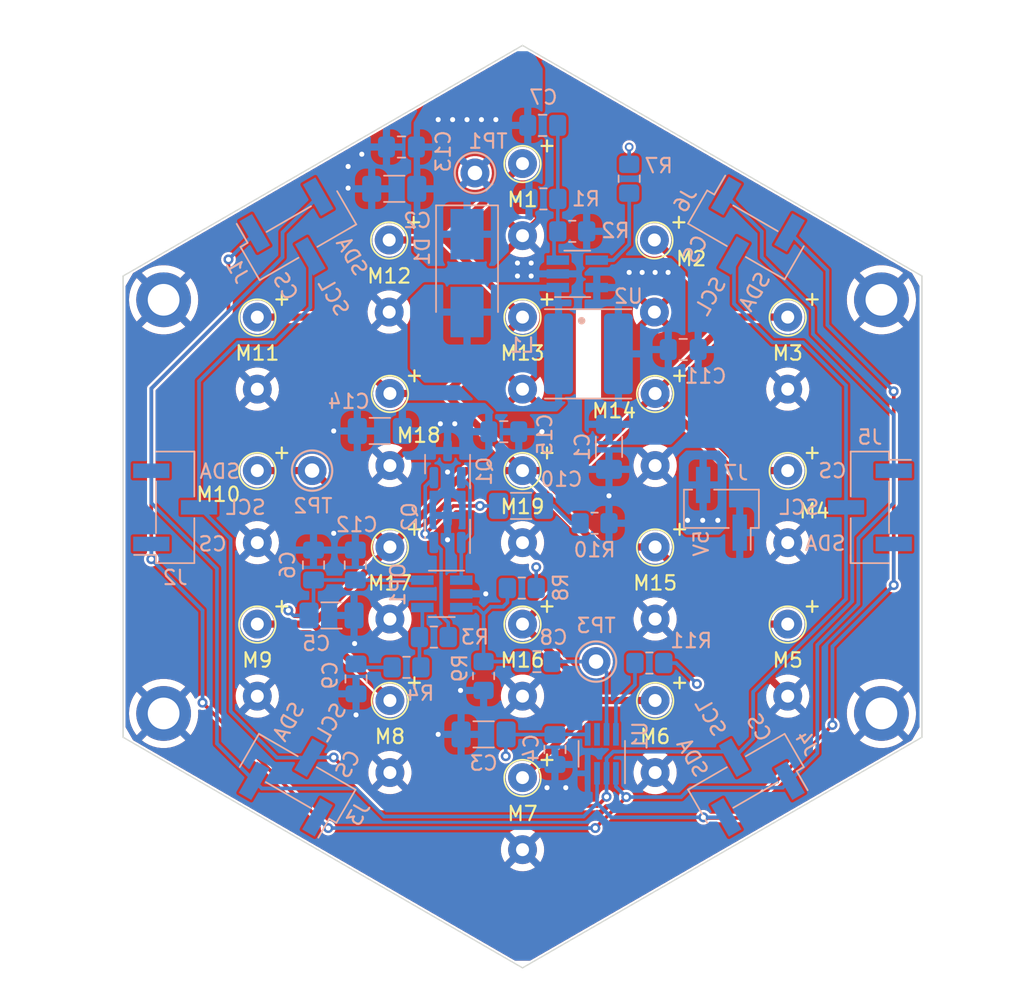
<source format=kicad_pcb>
(kicad_pcb (version 20211014) (generator pcbnew)
  (layers (0 "F.Cu" signal "Front") (1 "In1.Cu" signal) (2 "In2.Cu" signal) (31 "B.Cu" signal "Back") (34 "B.Paste" user) (35 "F.Paste" user) (36 "B.SilkS" user "B.Silkscreen") (37 "F.SilkS" user "F.Silkscreen") (38 "B.Mask" user) (39 "F.Mask" user) (44 "Edge.Cuts" user))
  (net 0 "")
  (net 1 "+5V")
  (net 2 "GND")
  (net 3 "Net-(C8-Pad2)")
  (net 4 "+24V")
  (net 5 "/CS")
  (net 6 "Net-(OP1-Pad1)")
  (net 7 "/Trancducer Sig")
  (net 8 "Net-(C7-Pad2)")
  (net 9 "Net-(OP1-Pad4)")
  (net 10 "/SCL")
  (net 11 "/SDA")
  (net 12 "/Audio Sig")
  (net 14 "Net-(D1-Pad2)")
  (net 15 "Net-(R7-Pad2)")
  (net 16 "Net-(C9-Pad2)")
  (net 17 "Net-(C10-Pad1)")
  (net 18 "Net-(R11-Pad2)")
  (footprint "custom_footprints:CUSP-T80-15-2400-TH" (layer "F.Cu") (at 94.9 62.45)
    (fp_text reference "M15")
    (fp_text value "Ultrasonic_Transducer" hide)
  )
  (footprint "custom_footprints:CUSP-T80-15-2400-TH" (layer "F.Cu") (at 94.9 73.1)
    (fp_text reference "M6")
    (fp_text value "Ultrasonic_Transducer" hide)
  )
  (footprint "custom_footprints:CUSP-T80-15-2400-TH" (layer "F.Cu") (at 85.7 78.45)
    (fp_text reference "M7")
    (fp_text value "Ultrasonic_Transducer" hide)
  )
  (footprint "custom_footprints:CUSP-T80-15-2400-TH" (layer "F.Cu") (at 67.3 46.5)
    (fp_text reference "M11")
    (fp_text value "Ultrasonic_Transducer" hide)
  )
  (footprint "custom_footprints:CUSP-T80-15-2400-TH" (layer "F.Cu") (at 76.45 41.15)
    (fp_text reference "M12")
    (fp_text value "Ultrasonic_Transducer" hide)
  )
  (footprint "custom_footprints:CUSP-T80-15-2400-TH" (layer "F.Cu") (at 67.3 67.8)
    (fp_text reference "M9")
    (fp_text value "Ultrasonic_Transducer" hide)
  )
  (footprint "custom_footprints:CUSP-T80-15-2400-TH" (layer "F.Cu") (at 85.7 57.15)
    (fp_text reference "M19")
    (fp_text value "Ultrasonic_Transducer" hide)
  )
  (footprint "custom_footprints:CUSP-T80-15-2400-TH" (layer "F.Cu") (at 104.1 67.8)
    (fp_text reference "M5")
    (fp_text value "Ultrasonic_Transducer" hide)
  )
  (footprint "custom_footprints:CUSP-T80-15-2400-TH" (layer "F.Cu") (at 85.7 35.85)
    (fp_text reference "M1")
    (fp_text value "Ultrasonic_Transducer" hide)
  )
  (footprint "custom_footprints:CUSP-T80-15-2400-TH" (layer "F.Cu") (at 94.9 51.8)
    (fp_text reference "M14")
    (fp_text value "Ultrasonic_Transducer" hide)
  )
  (footprint "custom_footprints:CUSP-T80-15-2400-TH" (layer "F.Cu") (at 76.5 73.1)
    (fp_text reference "M8")
    (fp_text value "Ultrasonic_Transducer" hide)
  )
  (footprint "custom_footprints:CUSP-T80-15-2400-TH" (layer "F.Cu") (at 85.7 67.8)
    (fp_text reference "M16")
    (fp_text value "Ultrasonic_Transducer" hide)
  )
  (footprint "custom_footprints:CUSP-T80-15-2400-TH" (layer "F.Cu") (at 85.7 46.5)
    (fp_text reference "M13")
    (fp_text value "Ultrasonic_Transducer" hide)
  )
  (footprint "custom_footprints:CUSP-T80-15-2400-TH" (layer "F.Cu") (at 104.1 57.15)
    (fp_text reference "M4")
    (fp_text value "Ultrasonic_Transducer" hide)
  )
  (footprint "custom_footprints:CUSP-T80-15-2400-TH" (layer "F.Cu") (at 104.1 46.5)
    (fp_text reference "M3")
    (fp_text value "Ultrasonic_Transducer" hide)
  )
  (footprint "custom_footprints:CUSP-T80-15-2400-TH" (layer "F.Cu") (at 94.85 41.15)
    (fp_text reference "M2")
    (fp_text value "Ultrasonic_Transducer" hide)
  )
  (footprint "custom_footprints:CUSP-T80-15-2400-TH" (layer "F.Cu") (at 67.3 57.15)
    (fp_text reference "M10")
    (fp_text value "Ultrasonic_Transducer" hide)
  )
  (footprint "custom_footprints:CUSP-T80-15-2400-TH" (layer "F.Cu") (at 76.5 62.45)
    (fp_text reference "M17")
    (fp_text value "Ultrasonic_Transducer" hide)
  )
  (footprint "custom_footprints:CUSP-T80-15-2400-TH" (layer "F.Cu") (at 76.5 51.8)
    (fp_text reference "M18")
    (fp_text value "Ultrasonic_Transducer" hide)
  )
  (footprint "TestPoint:TestPoint_Keystone_5000-5004_Miniature" (layer "B.Cu") (at 90.8 67.9 180)
    (fp_text reference "TP3")
    (fp_text value "TestPoint")
  )
  (footprint "Capacitor_SMD:C_1206_3216Metric_Pad1.33x1.80mm_HandSolder" (layer "B.Cu") (at 76.8 35.1 180)
    (fp_text reference "C2")
    (fp_text value "10uF")
  )
  (footprint "TestPoint:TestPoint_Keystone_5000-5004_Miniature" (layer "B.Cu") (at 71.1 54.65 180)
    (fp_text reference "TP2")
    (fp_text value "TestPoint")
  )
  (footprint "TestPoint:TestPoint_Keystone_5000-5004_Miniature" (layer "B.Cu") (at 82.4 34 180)
    (fp_text reference "TP1")
    (fp_text value "TestPoint")
  )
  (footprint "Resistor_SMD:R_0805_2012Metric_Pad1.20x1.40mm_HandSolder" (layer "B.Cu") (at 89.15 38.05)
    (fp_text reference "R2")
    (fp_text value "10k")
  )
  (footprint "custom_footprints:SPI_Conn_SMD" (layer "B.Cu") (at 109.8 57.2 180)
    (fp_text reference "J5")
    (fp_text value "Conn_01x03")
  )
  (footprint "Capacitor_SMD:C_1206_3216Metric_Pad1.33x1.80mm_HandSolder" (layer "B.Cu") (at 75.8 51.9 180)
    (fp_text reference "C14")
    (fp_text value "10uF")
  )
  (footprint "Resistor_SMD:R_0805_2012Metric_Pad1.20x1.40mm_HandSolder" (layer "B.Cu") (at 77.65 68.3 180)
    (fp_text reference "R4")
    (fp_text value "5k")
  )
  (footprint "Connector_PinHeader_2.54mm:PinHeader_1x02_P2.54mm_Vertical_SMD_Pin1Left" (layer "B.Cu") (at 99.5 57.3 90)
    (fp_text reference "J7")
    (fp_text value "Conn_01x02")
  )
  (footprint "Capacitor_SMD:C_0805_2012Metric_Pad1.18x1.45mm_HandSolder" (layer "B.Cu") (at 74.15 69.1 90)
    (fp_text reference "C9")
    (fp_text value "10nF")
  )
  (footprint "Resistor_SMD:R_0805_2012Metric_Pad1.20x1.40mm_HandSolder" (layer "B.Cu") (at 85.65 62.8 180)
    (fp_text reference "R8")
    (fp_text value "100k")
  )
  (footprint "Resistor_SMD:R_0805_2012Metric_Pad1.20x1.40mm_HandSolder" (layer "B.Cu") (at 79.55 66.2)
    (fp_text reference "R3")
    (fp_text value "15k")
  )
  (footprint "Package_TO_SOT_SMD:SOT-23" (layer "B.Cu") (at 80.5 58.7 90)
    (fp_text reference "Q2")
    (fp_text value "BC857")
  )
  (footprint "Capacitor_SMD:C_0805_2012Metric_Pad1.18x1.45mm_HandSolder" (layer "B.Cu") (at 87.95 74 -90)
    (fp_text reference "C4")
    (fp_text value "100nF")
  )
  (footprint "Capacitor_SMD:C_1206_3216Metric_Pad1.33x1.80mm_HandSolder" (layer "B.Cu") (at 83 72.95 180)
    (fp_text reference "C3")
    (fp_text value "10uF")
  )
  (footprint "custom_footprints:SPI_Conn_SMD" (layer "B.Cu") (at 70.15 38.35 -60)
    (fp_text reference "J1")
    (fp_text value "Conn_01x03")
  )
  (footprint "Resistor_SMD:R_0805_2012Metric_Pad1.20x1.40mm_HandSolder" (layer "B.Cu") (at 90.7 58.3)
    (fp_text reference "R10")
    (fp_text value "100k")
  )
  (footprint "Capacitor_SMD:C_1206_3216Metric_Pad1.33x1.80mm_HandSolder" (layer "B.Cu") (at 85.6 57.1)
    (fp_text reference "C10")
    (fp_text value "1uF")
  )
  (footprint "Capacitor_SMD:C_1206_3216Metric_Pad1.33x1.80mm_HandSolder" (layer "B.Cu") (at 91.7 53 -90)
    (fp_text reference "C1")
    (fp_text value "22uF")
  )
  (footprint "Package_TO_SOT_SMD:SOT-23-5_HandSoldering" (layer "B.Cu") (at 80.1 63.2 180)
    (fp_text reference "OP1")
    (fp_text value "ADA4622-1")
  )
  (footprint "Capacitor_SMD:C_0805_2012Metric_Pad1.18x1.45mm_HandSolder" (layer "B.Cu") (at 71.2 61.2 90)
    (fp_text reference "C6")
    (fp_text value "100nF")
  )
  (footprint "Capacitor_SMD:C_0805_2012Metric_Pad1.18x1.45mm_HandSolder" (layer "B.Cu") (at 84.4 51.95)
    (fp_text reference "C15")
    (fp_text value "100nF")
  )
  (footprint "Capacitor_SMD:C_0805_2012Metric_Pad1.18x1.45mm_HandSolder" (layer "B.Cu") (at 74.1 61.2 90)
    (fp_text reference "C12")
    (fp_text value "1nF")
  )
  (footprint "Resistor_SMD:R_0805_2012Metric_Pad1.20x1.40mm_HandSolder" (layer "B.Cu") (at 93.1 34.4 -90)
    (fp_text reference "R7")
    (fp_text value "100k")
  )
  (footprint "custom_footprints:SPI_Conn_SMD" (layer "B.Cu") (at 101.2 38.3 -120)
    (fp_text reference "J6")
    (fp_text value "Conn_01x03")
  )
  (footprint "MountingHole:MountingHole_2.2mm_M2_DIN965_Pad_TopBottom" (layer "B.Cu") (at 60.8 42.8 180)
    (fp_text reference "H1" hide)
    (fp_text value "MountingHole_Pad")
  )
  (footprint "Resistor_SMD:R_0805_2012Metric_Pad1.20x1.40mm_HandSolder" (layer "B.Cu") (at 87.15 35.8)
    (fp_text reference "R1")
    (fp_text value "180k")
  )
  (footprint "Package_TO_SOT_SMD:SOT-23-5_HandSoldering" (layer "B.Cu") (at 89.5 41)
    (fp_text reference "U2")
    (fp_text value "LM2735XMF")
  )
  (footprint "Capacitor_SMD:C_0805_2012Metric_Pad1.18x1.45mm_HandSolder" (layer "B.Cu") (at 86.7 67.9 180)
    (fp_text reference "C8")
    (fp_text value "1.5nF")
  )
  (footprint "Package_TO_SOT_SMD:SOT-23" (layer "B.Cu") (at 80.5 54.2 90)
    (fp_text reference "Q1")
    (fp_text value "BC847")
  )
  (footprint "Resistor_SMD:R_0805_2012Metric_Pad1.20x1.40mm_HandSolder" (layer "B.Cu") (at 94.5 68 180)
    (fp_text reference "R11")
    (fp_text value "100k")
  )
  (footprint "Inductor_SMD:L_Wuerth_5030_Handsolder" (layer "B.Cu") (at 90.25 46.55)
    (fp_text reference "L1")
    (fp_text value "10uH")
  )
  (footprint "Diode_SMD:D_SMB_Handsoldering" (layer "B.Cu") (at 81.85 40.95 -90)
    (fp_text reference "D1")
    (fp_text value "SSB44")
  )
  (footprint "Package_TO_SOT_SMD:SOT-23-8_Handsoldering" (layer "B.Cu") (at 91.2 74.3 90)
    (fp_text reference "U1")
    (fp_text value "LTC2640-Z")
  )
  (footprint "Capacitor_SMD:C_0805_2012Metric_Pad1.18x1.45mm_HandSolder" (layer "B.Cu") (at 87.1 30.7)
    (fp_text reference "C7")
    (fp_text value "470pF")
  )
  (footprint "custom_footprints:SPI_Conn_SMD" (layer "B.Cu") (at 61.6 57.2)
    (fp_text reference "J2")
    (fp_text value "Conn_01x03")
  )
  (footprint "MountingHole:MountingHole_2.2mm_M2_DIN965_Pad_TopBottom" (layer "B.Cu") (at 60.8 71.5 180)
    (fp_text reference "H2" hide)
    (fp_text value "MountingHole_Pad")
  )
  (footprint "Capacitor_SMD:C_0805_2012Metric_Pad1.18x1.45mm_HandSolder" (layer "B.Cu") (at 96.85 46.25)
    (fp_text reference "C11")
    (fp_text value "100nF")
  )
  (footprint "Capacitor_SMD:C_1206_3216Metric_Pad1.33x1.80mm_HandSolder" (layer "B.Cu") (at 72.45 64.7)
    (fp_text reference "C5")
    (fp_text value "10uF")
  )
  (footprint "custom_footprints:SPI_Conn_SMD" (layer "B.Cu") (at 70.1 76 60)
    (fp_text reference "J3")
    (fp_text value "Conn_01x03")
  )
  (footprint "MountingHole:MountingHole_2.2mm_M2_DIN965_Pad_TopBottom" (layer "B.Cu") (at 110.6 42.8 180)
    (fp_text reference "H4" hide)
    (fp_text value "MountingHole_Pad")
  )
  (footprint "custom_footprints:SPI_Conn_SMD" (layer "B.Cu") (at 101.2 76 120)
    (fp_text reference "J4")
    (fp_text value "Conn_01x03")
  )
  (footprint "Resistor_SMD:R_0805_2012Metric_Pad1.20x1.40mm_HandSolder" (layer "B.Cu") (at 83 68.9 -90)
    (fp_text reference "R9")
    (fp_text value "100k")
  )
  (footprint "MountingHole:MountingHole_2.2mm_M2_DIN965_Pad_TopBottom" (layer "B.Cu") (at 110.6 71.5 180)
    (fp_text reference "H3" hide)
    (fp_text value "MountingHole_Pad")
  )
  (footprint "Capacitor_SMD:C_0805_2012Metric_Pad1.18x1.45mm_HandSolder" (layer "B.Cu") (at 77.3 32.2 180)
    (fp_text reference "C13")
    (fp_text value "1nF")
  )
  (gr_line (start 57.987239 73.149866) (end 85.70004 89.150019) (layer "Edge.Cuts") (width 0.088304))
  (gr_line (start 85.70004 25.149982) (end 57.987239 41.149998) (layer "Edge.Cuts") (width 0.088304))
  (gr_line (start 85.70004 25.149982) (end 85.70004 25.149982) (layer "Edge.Cuts") (width 0.088304))
  (gr_line (start 57.987239 73.149866) (end 57.987239 73.149866) (layer "Edge.Cuts") (width 0.088304))
  (gr_line (start 85.70004 89.150019) (end 113.412761 73.149866) (layer "Edge.Cuts") (width 0.088304))
  (gr_line (start 57.987239 41.149998) (end 57.987239 41.149998) (layer "Edge.Cuts") (width 0.088304))
  (gr_line (start 113.412761 41.149998) (end 85.70004 25.149982) (layer "Edge.Cuts") (width 0.088304))
  (gr_line (start 113.412761 41.149998) (end 113.412761 41.149998) (layer "Edge.Cuts") (width 0.088304))
  (gr_line (start 57.987239 41.149998) (end 57.987239 73.149866) (layer "Edge.Cuts") (width 0.088304))
  (gr_line (start 113.412761 73.149866) (end 113.412761 41.149998) (layer "Edge.Cuts") (width 0.088304))
  (gr_line (start 113.412761 73.149866) (end 113.412761 73.149866) (layer "Edge.Cuts") (width 0.088304))
  (via (at 98.2 58.1) (size 0.6858) (drill 0.35) (layers "F.Cu" "B.Cu") (net 1))
  (via (at 93.1 40.9) (size 0.6) (drill 0.35) (layers "F.Cu" "B.Cu") (net 1))
  (via (at 99.25 58.1) (size 0.6858) (drill 0.35) (layers "F.Cu" "B.Cu") (net 1))
  (via (at 84.5375 74.4625) (size 0.6858) (drill 0.35) (layers "F.Cu" "B.Cu") (net 1))
  (via (at 94.9 40.9) (size 0.6) (drill 0.35) (layers "F.Cu" "B.Cu") (net 1))
  (via (at 97.15 58.1) (size 0.6858) (drill 0.35) (layers "F.Cu" "B.Cu") (net 1))
  (via (at 94 40.9) (size 0.6) (drill 0.35) (layers "F.Cu" "B.Cu") (net 1))
  (via (at 93.1 32.2) (size 0.6) (drill 0.35) (layers "F.Cu" "B.Cu") (net 1))
  (via (at 97.8 69.45) (size 0.6858) (drill 0.35) (layers "F.Cu" "B.Cu") (net 1))
  (via (at 95.8 40.9) (size 0.6) (drill 0.35) (layers "F.Cu" "B.Cu") (net 1))
  (segment (start 84.5375 73) (end 84.5375 74.4625) (width 0.254) (layer "B.Cu") (net 1))
  (segment (start 95.5 68) (end 96.35 68) (width 0.254) (layer "B.Cu") (net 1))
  (segment (start 93.1 33.4) (end 93.1 32.2) (width 0.254) (layer "B.Cu") (net 1))
  (segment (start 96.35 68) (end 97.8 69.45) (width 0.254) (layer "B.Cu") (net 1))
  (segment (start 88.1 72.9625) (end 84.575 72.9625) (width 0.254) (layer "B.Cu") (net 1))
  (segment (start 90.22 72.95) (end 88.1125 72.95) (width 0.254) (layer "B.Cu") (net 1))
  (via (at 85.35 40.25) (size 0.6) (drill 0.35) (layers "F.Cu" "B.Cu") (net 2))
  (via (at 80.5 59.45) (size 0.6858) (drill 0.35) (layers "F.Cu" "B.Cu") (net 2))
  (via (at 73.6 33.55) (size 0.6) (drill 0.35) (layers "F.Cu" "B.Cu") (net 2))
  (via (at 86.3 41.15) (size 0.6) (drill 0.35) (layers "F.Cu" "B.Cu") (net 2))
  (via (at 72.6 51.9) (size 0.6858) (drill 0.35) (layers "F.Cu" "B.Cu") (net 2))
  (via (at 74.15 71.6) (size 0.6858) (drill 0.35) (layers "F.Cu" "B.Cu") (net 2))
  (via (at 80.5 54.75) (size 0.6858) (drill 0.35) (layers "F.Cu" "B.Cu") (net 2))
  (via (at 88.7 76.65) (size 0.6858) (drill 0.35) (layers "F.Cu" "B.Cu") (net 2))
  (via (at 81.4 69.9) (size 0.6858) (drill 0.35) (layers "F.Cu" "B.Cu") (net 2))
  (via (at 87.05 51.95) (size 0.6858) (drill 0.35) (layers "F.Cu" "B.Cu") (net 2))
  (via (at 74.55 32.7) (size 0.6) (drill 0.35) (layers "F.Cu" "B.Cu") (net 2))
  (via (at 74.05 66.65) (size 0.6858) (drill 0.35) (layers "F.Cu" "B.Cu") (net 2))
  (via (at 85.35 41.15) (size 0.6) (drill 0.35) (layers "F.Cu" "B.Cu") (net 2))
  (via (at 72.6 59) (size 0.6858) (drill 0.35) (layers "F.Cu" "B.Cu") (net 2))
  (via (at 79.85 72.95) (size 0.6858) (drill 0.35) (layers "F.Cu" "B.Cu") (net 2))
  (via (at 87.4 76.65) (size 0.6858) (drill 0.35) (layers "F.Cu" "B.Cu") (net 2))
  (via (at 91.7 56.4) (size 0.6) (drill 0.35) (layers "F.Cu" "B.Cu") (net 2))
  (via (at 86.3 40.25) (size 0.6) (drill 0.35) (layers "F.Cu" "B.Cu") (net 2))
  (via (at 83.15 63.2) (size 0.6858) (drill 0.35) (layers "F.Cu" "B.Cu") (net 2))
  (via (at 73.6 35.05) (size 0.6) (drill 0.35) (layers "F.Cu" "B.Cu") (net 2))
  (segment (start 85.6625 67.9) (end 83 67.9) (width 0.254) (layer "B.Cu") (net 3))
  (segment (start 81.45 64.15) (end 82.55 64.15) (width 0.254) (layer "B.Cu") (net 3))
  (segment (start 84.35 64.1) (end 84.65 63.8) (width 0.254) (layer "B.Cu") (net 3))
  (segment (start 82.55 64.15) (end 83 64.6) (width 0.254) (layer "B.Cu") (net 3))
  (segment (start 84.65 63.8) (end 84.65 62.8) (width 0.254) (layer "B.Cu") (net 3))
  (segment (start 83 64.6) (end 83 67.9) (width 0.254) (layer "B.Cu") (net 3))
  (segment (start 83 64.6) (end 83.5 64.1) (width 0.254) (layer "B.Cu") (net 3))
  (segment (start 83.5 64.1) (end 84.35 64.1) (width 0.254) (layer "B.Cu") (net 3))
  (via (at 83.85 30.3) (size 0.6) (drill 0.35) (layers "F.Cu" "B.Cu") (net 4))
  (via (at 80 51.4) (size 0.6858) (drill 0.35) (layers "F.Cu" "B.Cu") (net 4))
  (via (at 80.85 30.3) (size 0.6) (drill 0.35) (layers "F.Cu" "B.Cu") (net 4))
  (via (at 86.65 61.35) (size 0.6858) (drill 0.35) (layers "F.Cu" "B.Cu") (net 4))
  (via (at 82.85 30.3) (size 0.6) (drill 0.35) (layers "F.Cu" "B.Cu") (net 4))
  (via (at 69.45 64.35) (size 0.6858) (drill 0.35) (layers "F.Cu" "B.Cu") (net 4))
  (via (at 79.85 30.3) (size 0.6) (drill 0.35) (layers "F.Cu" "B.Cu") (net 4))
  (via (at 81 51.4) (size 0.6858) (drill 0.35) (layers "F.Cu" "B.Cu") (net 4))
  (via (at 81.85 30.3) (size 0.6) (drill 0.35) (layers "F.Cu" "B.Cu") (net 4))
  (segment (start 78.75 62.25) (end 74.1125 62.25) (width 0.25) (layer "B.Cu") (net 4))
  (segment (start 74.1125 62.25) (end 74.1 62.2375) (width 0.25) (layer "B.Cu") (net 4))
  (segment (start 70.8875 64.7) (end 69.8 64.7) (width 0.25) (layer "B.Cu") (net 4))
  (segment (start 86.65 62.8) (end 86.65 61.35) (width 0.254) (layer "B.Cu") (net 4))
  (segment (start 71.2 64.3875) (end 70.8875 64.7) (width 0.25) (layer "B.Cu") (net 4))
  (segment (start 71.2 62.2375) (end 71.2 64.3875) (width 0.25) (layer "B.Cu") (net 4))
  (segment (start 74.1 62.2375) (end 71.2 62.2375) (width 0.25) (layer "B.Cu") (net 4))
  (segment (start 69.8 64.7) (end 69.45 64.35) (width 0.25) (layer "B.Cu") (net 4))
  (segment (start 72.2 79.45) (end 72.218933 79.45) (width 0.254) (layer "F.Cu") (net 5))
  (segment (start 63.5 70.75) (end 72.2 79.45) (width 0.254) (layer "F.Cu") (net 5))
  (segment (start 65.3 43.6) (end 59.945 48.955) (width 0.254) (layer "F.Cu") (net 5))
  (segment (start 92.9 77.3) (end 90.75 79.45) (width 0.254) (layer "F.Cu") (net 5))
  (segment (start 59.945 48.955) (end 59.945 60.795) (width 0.254) (layer "F.Cu") (net 5))
  (segment (start 65.3 40) (end 65.3 43.6) (width 0.254) (layer "F.Cu") (net 5))
  (via (at 72.218933 79.45) (size 0.6858) (drill 0.35) (layers "F.Cu" "B.Cu") (net 5))
  (via (at 59.945 60.795) (size 0.6858) (drill 0.35) (layers "F.Cu" "B.Cu") (net 5))
  (via (at 63.5 70.75) (size 0.6858) (drill 0.35) (layers "F.Cu" "B.Cu") (net 5))
  (via (at 92.9 77.3) (size 0.6858) (drill 0.35) (layers "F.Cu" "B.Cu") (net 5))
  (via (at 65.3 40) (size 0.6858) (drill 0.35) (layers "F.Cu" "B.Cu") (net 5))
  (via (at 90.75 79.45) (size 0.6858) (drill 0.35) (layers "F.Cu" "B.Cu") (net 5))
  (segment (start 102.3 38.068933) (end 99.827795 35.596728) (width 0.254) (layer "B.Cu") (net 5))
  (segment (start 104.236728 76.163272) (end 106.15 74.25) (width 0.254) (layer "B.Cu") (net 5))
  (segment (start 106.15 66.75) (end 109 63.9) (width 0.254) (layer "B.Cu") (net 5))
  (segment (start 96.7 77.3) (end 97.35 76.65) (width 0.254) (layer "B.Cu") (net 5))
  (segment (start 105.85 45.175) (end 105.85 43.4) (width 0.254) (layer "B.Cu") (net 5))
  (segment (start 92.18 76.58) (end 92.9 77.3) (width 0.254) (layer "B.Cu") (net 5))
  (segment (start 111.455 50.78) (end 105.85 45.175) (width 0.254) (layer "B.Cu") (net 5))
  (segment (start 102.3 39.85) (end 102.3 38.068933) (width 0.254) (layer "B.Cu") (net 5))
  (segment (start 109 63.9) (end 109 59.35) (width 0.254) (layer "B.Cu") (net 5))
  (segment (start 72.218933 79.45) (end 71.472205 78.703272) (width 0.254) (layer "B.Cu") (net 5))
  (segment (start 106.15 74.25) (end 106.15 66.75) (width 0.254) (layer "B.Cu") (net 5))
  (segment (start 109 59.35) (end 111.455 56.895) (width 0.254) (layer "B.Cu") (net 5))
  (segment (start 90.75 79.45) (end 72.218933 79.45) (width 0.254) (layer "B.Cu") (net 5))
  (segment (start 105.85 43.4) (end 102.3 39.85) (width 0.254) (layer "B.Cu") (net 5))
  (segment (start 97.35 76.65) (end 103.740477 76.65) (width 0.254) (layer "B.Cu") (net 5))
  (segment (start 65.309523 40) (end 67.122795 38.186728) (width 0.254) (layer "B.Cu") (net 5))
  (segment (start 103.740477 76.65) (end 104.227205 76.163272) (width 0.254) (layer "B.Cu") (net 5))
  (segment (start 59.945 60.795) (end 59.945 59.74) (width 0.254) (layer "B.Cu") (net 5))
  (segment (start 111.455 54.66) (end 111.455 50.78) (width 0.254) (layer "B.Cu") (net 5))
  (segment (start 104.227205 76.163272) (end 104.236728 76.163272) (width 0.254) (layer "B.Cu") (net 5))
  (segment (start 111.455 56.895) (end 111.455 54.66) (width 0.254) (layer "B.Cu") (net 5))
  (segment (start 63.5 70.75) (end 63.5 64.35) (width 0.254) (layer "B.Cu") (net 5))
  (segment (start 92.9 77.3) (end 96.7 77.3) (width 0.254) (layer "B.Cu") (net 5))
  (segment (start 63.5 64.35) (end 59.945 60.795) (width 0.254) (layer "B.Cu") (net 5))
  (segment (start 65.3 40) (end 65.309523 40) (width 0.254) (layer "B.Cu") (net 5))
  (segment (start 92.18 75.65) (end 92.18 76.58) (width 0.254) (layer "B.Cu") (net 5))
  (segment (start 81.45 55.1375) (end 82.05 55.7375) (width 0.25) (layer "B.Cu") (net 6))
  (segment (start 82.05 59.0375) (end 81.45 59.6375) (width 0.25) (layer "B.Cu") (net 6))
  (segment (start 82.05 55.7375) (end 82.05 59.0375) (width 0.25) (layer "B.Cu") (net 6))
  (segment (start 81.45 62.25) (end 81.45 59.6375) (width 0.25) (layer "B.Cu") (net 6))
  (segment (start 100.2 44) (end 104.1 44) (width 0.5) (layer "F.Cu") (net 7))
  (segment (start 80.4 38.65) (end 85.7 33.35) (width 0.5) (layer "F.Cu") (net 7))
  (segment (start 85.7 65.3) (end 91 70.6) (width 0.5) (layer "F.Cu") (net 7))
  (segment (start 100.25 54.65) (end 104.1 54.65) (width 0.5) (layer "F.Cu") (net 7))
  (segment (start 85.7 54.65) (end 81.8 54.65) (width 0.5) (layer "F.Cu") (net 7))
  (segment (start 71.2 54.65) (end 67.3 54.65) (width 0.5) (layer "F.Cu") (net 7))
  (segment (start 71.15 65.3) (end 71.2 65.3) (width 0.5) (layer "F.Cu") (net 7))
  (segment (start 80.4 49.3) (end 85.7 44) (width 0.5) (layer "F.Cu") (net 7))
  (segment (start 89.55 54.65) (end 94.9 49.3) (width 0.5) (layer "F.Cu") (net 7))
  (segment (start 71.15 65.3) (end 67.3 65.3) (width 0.5) (layer "F.Cu") (net 7))
  (segment (start 80.35 38.65) (end 76.45 38.65) (width 0.5) (layer "F.Cu") (net 7))
  (segment (start 91 70.65) (end 85.7 75.95) (width 0.5) (layer "F.Cu") (net 7))
  (segment (start 91 70.6) (end 91 70.65) (width 0.5) (layer "F.Cu") (net 7))
  (segment (start 94.889259 38.65) (end 94.85 38.65) (width 0.5) (layer "F.Cu") (net 7))
  (segment (start 80.35 49.3) (end 80.4 49.3) (width 0.5) (layer "F.Cu") (net 7))
  (segment (start 94.9 59.95) (end 100.25 65.3) (width 0.5) (layer "F.Cu") (net 7))
  (segment (start 76.5 59.95) (end 71.2 54.65) (width 0.5) (layer "F.Cu") (net 7))
  (segment (start 76.5 49.3) (end 71.2 44) (width 0.5) (layer "F.Cu") (net 7))
  (segment (start 81.8 54.65) (end 76.5 59.95) (width 0.5) (layer "F.Cu") (net 7))
  (segment (start 80.35 49.3) (end 76.5 49.3) (width 0.5) (layer "F.Cu") (net 7))
  (segment (start 90.925 60.075) (end 85.7 65.3) (width 0.5) (layer "F.Cu") (net 7))
  (segment (start 100.2 43.960741) (end 94.889259 38.65) (width 0.5) (layer "F.Cu") (net 7))
  (segment (start 90.925 59.875) (end 91 59.95) (width 0.5) (layer "F.Cu") (net 7))
  (segment (start 71.2 65.3) (end 76.5 70.6) (width 0.5) (layer "F.Cu") (net 7))
  (segment (start 94.9 49.3) (end 100.25 54.65) (width 0.5) (layer "F.Cu") (net 7))
  (segment (start 94.9 49.3) (end 100.2 44) (width 0.5) (layer "F.Cu") (net 7))
  (segment (start 80.35 38.65) (end 80.4 38.65) (width 0.5) (layer "F.Cu") (net 7))
  (segment (start 71.2 44) (end 67.3 44) (width 0.5) (layer "F.Cu") (net 7))
  (segment (start 91 59.95) (end 94.9 59.95) (width 0.5) (layer "F.Cu") (net 7))
  (segment (start 91 70.6) (end 94.9 70.6) (width 0.5) (layer "F.Cu") (net 7))
  (segment (start 85.7 54.65) (end 89.55 54.65) (width 0.5) (layer "F.Cu") (net 7))
  (segment (start 90.925 59.875) (end 90.925 60.075) (width 0.5) (layer "F.Cu") (net 7))
  (segment (start 85.7 44) (end 80.35 38.65) (width 0.5) (layer "F.Cu") (net 7))
  (segment (start 76.5 59.95) (end 71.15 65.3) (width 0.5) (layer "F.Cu") (net 7))
  (segment (start 100.2 44) (end 100.2 43.960741) (width 0.5) (layer "F.Cu") (net 7))
  (segment (start 100.25 65.3) (end 104.1 65.3) (width 0.5) (layer "F.Cu") (net 7))
  (segment (start 85.7 54.65) (end 90.925 59.875) (width 0.5) (layer "F.Cu") (net 7))
  (segment (start 85.7 54.65) (end 80.35 49.3) (width 0.5) (layer "F.Cu") (net 7))
  (segment (start 87.1625 56.1125) (end 87.1625 57.1) (width 0.5) (layer "B.Cu") (net 7))
  (segment (start 89.05 58.3) (end 87.85 57.1) (width 0.254) (layer "B.Cu") (net 7))
  (segment (start 89.7 58.3) (end 89.05 58.3) (width 0.254) (layer "B.Cu") (net 7))
  (segment (start 87.85 57.1) (end 87.1625 57.1) (width 0.254) (layer "B.Cu") (net 7))
  (segment (start 85.7 54.65) (end 87.1625 56.1125) (width 0.5) (layer "B.Cu") (net 7))
  (segment (start 87.8875 38.05) (end 87.8875 39.725) (width 0.254) (layer "B.Cu") (net 8))
  (segment (start 88.15 35.8) (end 88.15 30.7125) (width 0.25) (layer "B.Cu") (net 8))
  (segment (start 88.15 30.7125) (end 88.1375 30.7) (width 0.25) (layer "B.Cu") (net 8))
  (segment (start 88.15 38.05) (end 88.15 35.8) (width 0.25) (layer "B.Cu") (net 8))
  (segment (start 87.8875 39.725) (end 88.1625 40) (width 0.254) (layer "B.Cu") (net 8))
  (segment (start 78.75 64.15) (end 78.75 66) (width 0.25) (layer "B.Cu") (net 9))
  (segment (start 78.75 66) (end 78.55 66.2) (width 0.25) (layer "B.Cu") (net 9))
  (segment (start 78.55 68.2) (end 78.65 68.3) (width 0.25) (layer "B.Cu") (net 9))
  (segment (start 78.55 66.2) (end 78.55 68.2) (width 0.25) (layer "B.Cu") (net 9))
  (segment (start 91.53 77.28) (end 90.890589 77.919411) (width 0.254) (layer "F.Cu") (net 10))
  (segment (start 75.969411 77.919411) (end 72.6 74.55) (width 0.254) (layer "F.Cu") (net 10))
  (segment (start 90.890589 77.919411) (end 75.969411 77.919411) (width 0.254) (layer "F.Cu") (net 10))
  (via (at 91.53 77.28) (size 0.6858) (drill 0.35) (layers "F.Cu" "B.Cu") (net 10))
  (via (at 72.6 74.55) (size 0.6858) (drill 0.35) (layers "F.Cu" "B.Cu") (net 10))
  (segment (start 91.53 74.616) (end 91.996 74.15) (width 0.254) (layer "B.Cu") (net 10))
  (segment (start 108.145 57.2) (end 108.145 48.745) (width 0.254) (layer "B.Cu") (net 10))
  (segment (start 91.53 75.65) (end 91.53 77.28) (width 0.254) (layer "B.Cu") (net 10))
  (segment (start 63.255 57.2) (end 63.255 48.445) (width 0.254) (layer "B.Cu") (net 10))
  (segment (start 68.55 45.75) (end 70.9775 43.3225) (width 0.254) (layer "B.Cu") (net 10))
  (segment (start 108.145 63.555) (end 108.145 57.2) (width 0.254) (layer "B.Cu") (net 10))
  (segment (start 70.9275 74.566728) (end 68.666728 74.566728) (width 0.254) (layer "B.Cu") (net 10))
  (segment (start 65.45 59.395) (end 63.255 57.2) (width 0.254) (layer "B.Cu") (net 10))
  (segment (start 100.3725 74.566728) (end 101.7 73.239228) (width 0.254) (layer "B.Cu") (net 10))
  (segment (start 68.666728 74.566728) (end 65.45 71.35) (width 0.254) (layer "B.Cu") (net 10))
  (segment (start 101.7 73.239228) (end 101.7 70) (width 0.254) (layer "B.Cu") (net 10))
  (segment (start 65.45 71.35) (end 65.45 59.395) (width 0.254) (layer "B.Cu") (net 10))
  (segment (start 70.944228 74.55) (end 70.9275 74.566728) (width 0.254) (layer "B.Cu") (net 10))
  (segment (start 103.05 45.75) (end 100.3725 43.0725) (width 0.254) (layer "B.Cu") (net 10))
  (segment (start 65.95 45.75) (end 68.55 45.75) (width 0.254) (layer "B.Cu") (net 10))
  (segment (start 63.255 48.445) (end 65.95 45.75) (width 0.254) (layer "B.Cu") (net 10))
  (segment (start 108.145 48.745) (end 105.15 45.75) (width 0.254) (layer "B.Cu") (net 10))
  (segment (start 91.53 75.65) (end 91.53 74.616) (width 0.254) (layer "B.Cu") (net 10))
  (segment (start 91.996 74.15) (end 99.955772 74.15) (width 0.254) (layer "B.Cu") (net 10))
  (segment (start 100.3725 43.0725) (end 100.3725 39.733272) (width 0.254) (layer "B.Cu") (net 10))
  (segment (start 101.7 70) (end 108.145 63.555) (width 0.254) (layer "B.Cu") (net 10))
  (segment (start 72.6 74.55) (end 70.944228 74.55) (width 0.254) (layer "B.Cu") (net 10))
  (segment (start 70.9775 43.3225) (end 70.9775 39.783272) (width 0.254) (layer "B.Cu") (net 10))
  (segment (start 105.15 45.75) (end 103.05 45.75) (width 0.254) (layer "B.Cu") (net 10))
  (segment (start 99.955772 74.15) (end 100.3725 74.566728) (width 0.254) (layer "B.Cu") (net 10))
  (segment (start 100.75 78.75) (end 107.2 72.3) (width 0.254) (layer "F.Cu") (net 11))
  (segment (start 98.293456 78.75) (end 100.75 78.75) (width 0.254) (layer "F.Cu") (net 11))
  (segment (start 98.246728 78.703272) (end 98.293456 78.75) (width 0.254) (layer "F.Cu") (net 11))
  (segment (start 111.455 49.155) (end 111.45 49.15) (width 0.254) (layer "F.Cu") (net 11))
  (segment (start 111.455 62.595) (end 111.455 49.155) (width 0.254) (layer "F.Cu") (net 11))
  (via (at 111.455 62.595) (size 0.6858) (drill 0.35) (layers "F.Cu" "B.Cu") (net 11))
  (via (at 111.45 49.15) (size 0.6858) (drill 0.35) (layers "F.Cu" "B.Cu") (net 11))
  (via (at 98.246728 78.703272) (size 0.6858) (drill 0.35) (layers "F.Cu" "B.Cu") (net 11))
  (via (at 107.2 72.3) (size 0.6858) (drill 0.35) (layers "F.Cu" "B.Cu") (net 11))
  (segment (start 111.45 49.15) (end 106.85 44.55) (width 0.254) (layer "B.Cu") (net 11))
  (segment (start 69.05 38.118933) (end 71.522205 35.646728) (width 0.254) (layer "B.Cu") (net 11))
  (segment (start 59.945 56.895) (end 59.945 54.66) (width 0.254) (layer "B.Cu") (net 11))
  (segment (start 69.05 39.85) (end 69.05 38.118933) (width 0.254) (layer "B.Cu") (net 11))
  (segment (start 59.945 48.955) (end 69.05 39.85) (width 0.254) (layer "B.Cu") (net 11))
  (segment (start 89.94 78.65) (end 76.1 78.65) (width 0.254) (layer "B.Cu") (net 11))
  (segment (start 106.85 44.55) (end 106.85 40.759523) (width 0.254) (layer "B.Cu") (net 11))
  (segment (start 91.853272 78.703272) (end 98.246728 78.703272) (width 0.254) (layer "B.Cu") (net 11))
  (segment (start 90.87 77.72) (end 89.94 78.65) (width 0.254) (layer "B.Cu") (net 11))
  (segment (start 106.85 40.759523) (end 104.227205 38.136728) (width 0.254) (layer "B.Cu") (net 11))
  (segment (start 90.87 77.72) (end 91.853272 78.703272) (width 0.254) (layer "B.Cu") (net 11))
  (segment (start 64.5 73.590477) (end 64.5 61.45) (width 0.254) (layer "B.Cu") (net 11))
  (segment (start 67.609523 76.7) (end 67.072795 76.163272) (width 0.254) (layer "B.Cu") (net 11))
  (segment (start 76.1 78.65) (end 74.15 76.7) (width 0.254) (layer "B.Cu") (net 11))
  (segment (start 107.2 72.3) (end 107.2 66.85) (width 0.254) (layer "B.Cu") (net 11))
  (segment (start 64.5 61.45) (end 59.945 56.895) (width 0.254) (layer "B.Cu") (net 11))
  (segment (start 74.15 76.7) (end 67.609523 76.7) (width 0.254) (layer "B.Cu") (net 11))
  (segment (start 107.2 66.85) (end 111.455 62.595) (width 0.254) (layer "B.Cu") (net 11))
  (segment (start 67.072795 76.163272) (end 64.5 73.590477) (width 0.254) (layer "B.Cu") (net 11))
  (segment (start 98.246728 78.703272) (end 99.827795 78.703272) (width 0.254) (layer "B.Cu") (net 11))
  (segment (start 111.455 62.595) (end 111.455 59.74) (width 0.254) (layer "B.Cu") (net 11))
  (segment (start 90.87 75.65) (end 90.87 77.72) (width 0.254) (layer "B.Cu") (net 11))
  (segment (start 59.945 54.66) (end 59.945 48.955) (width 0.254) (layer "B.Cu") (net 11))
  (segment (start 91.53 72.95) (end 91.53 68.63) (width 0.254) (layer "B.Cu") (net 12))
  (segment (start 91.53 68.63) (end 90.8 67.9) (width 0.254) (layer "B.Cu") (net 12))
  (segment (start 90.8 67.9) (end 87.7375 67.9) (width 0.254) (layer "B.Cu") (net 12))
  (segment (start 93.1 38.95) (end 93.1 35.4) (width 0.254) (layer "B.Cu") (net 15))
  (segment (start 92 40.05) (end 93.1 38.95) (width 0.254) (layer "B.Cu") (net 15))
  (segment (start 90.85 40.05) (end 92 40.05) (width 0.254) (layer "B.Cu") (net 15))
  (segment (start 76.65 68.3) (end 74.1625 68.3) (width 0.25) (layer "B.Cu") (net 16))
  (segment (start 78.9625 59.0375) (end 78.95 59.0375) (width 0.25) (layer "F.Cu") (net 17))
  (segment (start 82.75 57.1) (end 80.9 57.1) (width 0.25) (layer "F.Cu") (net 17))
  (segment (start 80.9 57.1) (end 78.9625 59.0375) (width 0.25) (layer "F.Cu") (net 17))
  (via (at 78.95 59.0375) (size 0.6858) (drill 0.35) (layers "F.Cu" "B.Cu") (net 17))
  (via (at 82.75 57.1) (size 0.6858) (drill 0.35) (layers "F.Cu" "B.Cu") (net 17))
  (segment (start 79.55 59.6375) (end 78.95 59.0375) (width 0.25) (layer "B.Cu") (net 17))
  (segment (start 79.55 55.1375) (end 78.95 55.7375) (width 0.25) (layer "B.Cu") (net 17))
  (segment (start 80.55 66.2) (end 80.55 65.2) (width 0.25) (layer "B.Cu") (net 17))
  (segment (start 82.75 57.1) (end 84.0375 57.1) (width 0.25) (layer "B.Cu") (net 17))
  (segment (start 80.05 64.7) (end 80.05 60.1375) (width 0.25) (layer "B.Cu") (net 17))
  (segment (start 80.05 60.1375) (end 79.55 59.6375) (width 0.25) (layer "B.Cu") (net 17))
  (segment (start 78.95 55.7375) (end 78.95 59.0375) (width 0.25) (layer "B.Cu") (net 17))
  (segment (start 80.55 65.2) (end 80.05 64.7) (width 0.25) (layer "B.Cu") (net 17))
  (segment (start 92.18 70.82) (end 93.5 69.5) (width 0.254) (layer "B.Cu") (net 18))
  (segment (start 93.5 69.5) (end 93.5 68) (width 0.254) (layer "B.Cu") (net 18))
  (segment (start 92.18 72.95) (end 92.18 70.82) (width 0.254) (layer "B.Cu") (net 18))
  (zone (net 2) (net_name "GND") (layer "F.Cu") (connect_pads (clearance 0.17)) (min_thickness 0.17) (fill yes (thermal_gap 0.5) (thermal_bridge_width 0.5) (smoothing chamfer) (radius 1))
    (polygon (pts (xy 116.3 91.65) (xy 55 91.65) (xy 55 22.4) (xy 116.3 22.4)))
  )
  (zone (net 0) (net_name "") (layers "F.Cu" "In1.Cu" "In2.Cu" "B.Cu") (connect_pads (clearance 0)) (min_thickness 0.254)
    (keepout (tracks allowed) (vias not_allowed) (pads not_allowed) (copperpour not_allowed) (footprints allowed))
    (fill (thermal_gap 0.508) (thermal_bridge_width 0.508))
    (polygon (pts (xy 91.15 49.7) (xy 89.4 49.7) (xy 89.4 43.45) (xy 91.15 43.45)))
  )
  (zone (net 4) (net_name "+24V") (layer "B.Cu") (priority 1) (connect_pads (clearance 0.17)) (min_thickness 0.17) (fill yes (thermal_gap 0.5) (thermal_bridge_width 0.5) (smoothing chamfer) (radius 1))
    (polygon (pts (xy 87.1 37.5) (xy 84.75 37.5) (xy 84.75 40.45) (xy 78.15 40.45) (xy 78.15 24.85) (xy 87.1 24.85)))
  )
  (zone (net 14) (net_name "Net-(D1-Pad2)") (layer "B.Cu") (priority 1) (connect_pads (clearance 0.17)) (min_thickness 0.17) (fill yes (thermal_gap 0.5) (thermal_bridge_width 0.5) (smoothing chamfer) (radius 1))
    (polygon (pts (xy 89.1 50.55) (xy 82.4 50.55) (xy 82.4 48.55) (xy 77.9 48.55) (xy 77.9 41.75) (xy 89.1 41.75)))
  )
  (zone (net 1) (net_name "+5V") (layer "B.Cu") (priority 2) (connect_pads (clearance 0.17)) (min_thickness 0.254) (fill yes (thermal_gap 0.508) (thermal_bridge_width 0.508) (smoothing chamfer) (radius 0.5))
    (polygon (pts (xy 99.85 59.1) (xy 96.55 59.1) (xy 96.55 53.25) (xy 99.85 53.25)))
  )
  (zone (net 0) (net_name "") (layer "B.Cu") (connect_pads (clearance 0)) (min_thickness 0.254)
    (keepout (tracks allowed) (vias allowed) (pads allowed) (copperpour not_allowed) (footprints allowed))
    (fill (thermal_gap 0.508) (thermal_bridge_width 0.508))
    (polygon (pts (xy 97.55 47.25) (xy 96.55 47.25) (xy 96.55 45.25) (xy 97.55 45.25)))
  )
  (zone (net 4) (net_name "+24V") (layer "B.Cu") (priority 2) (connect_pads (clearance 0.17)) (min_thickness 0.254) (fill yes (thermal_gap 0.508) (thermal_bridge_width 0.508) (smoothing chamfer) (radius 1))
    (polygon (pts (xy 84.1 53.9) (xy 76.55 53.9) (xy 76.55 49.95) (xy 84.1 49.95)))
  )
  (zone (net 1) (net_name "+5V") (layer "B.Cu") (priority 1) (connect_pads (clearance 0.17)) (min_thickness 0.17) (fill yes (thermal_gap 0.5) (thermal_bridge_width 0.5) (smoothing chamfer) (radius 1))
    (polygon (pts (xy 97 52.85) (xy 90 52.85) (xy 90 39.9) (xy 97 39.9)))
  )
  (zone (net 2) (net_name "GND") (layer "B.Cu") (connect_pads (clearance 0.17)) (min_thickness 0.17) (fill yes (thermal_gap 0.5) (thermal_bridge_width 0.5) (smoothing chamfer) (radius 1))
    (polygon (pts (xy 119.09848 90.117365) (xy 51.448481 90.117365) (xy 51.448481 22.167365) (xy 119.098481 22.167365)))
  )
)
</source>
